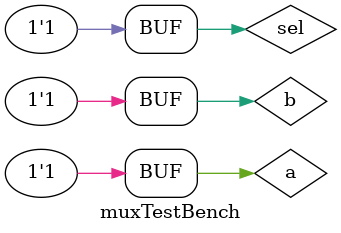
<source format=v>
module mux2to1 (
    a, b, sel, out
);

input a, b, sel;
output out;
reg out;

always @(a or b or sel) begin
    
    if (sel == 1) 
        out = a;
    else 
        out = b;
    
end
    
endmodule

module muxTestBench;

reg a, b, sel;
wire out;

mux2to1 i(a, b, sel, out);

initial begin
    a = 1'b0; b = 1'b0; sel = 1'b0;
    $monitor("Time: %0t, sel: %b, a: %b, b: %b, out: %b", $time, sel, a, b, out);
    #5 sel = 1'b0; a = 1'b0; b = 1'b0;
    #5 sel = 1'b0; a = 1'b0; b = 1'b1;
    #5 sel = 1'b0; a = 1'b1; b = 1'b0;
    #5 sel = 1'b0; a = 1'b1; b = 1'b1;
    #5 sel = 1'b1; a = 1'b0; b = 1'b0;
    #5 sel = 1'b1; a = 1'b0; b = 1'b1;
    #5 sel = 1'b1; a = 1'b1; b = 1'b0;
    #5 sel = 1'b1; a = 1'b1; b = 1'b1;
end
endmodule
</source>
